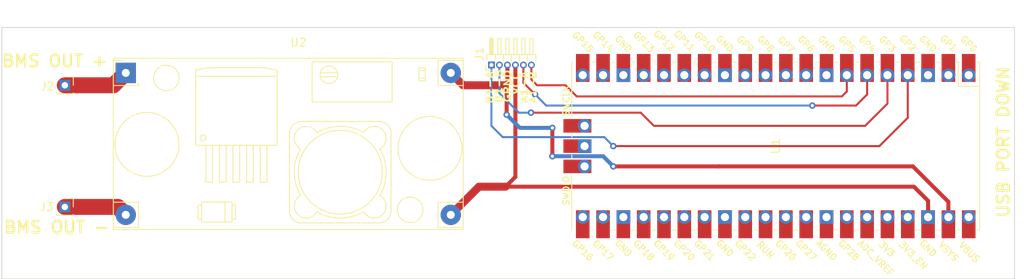
<source format=kicad_pcb>
(kicad_pcb (version 20211014) (generator pcbnew)
  (layers (0 "F.Cu" signal) (31 "B.Cu" signal) (34 "B.Paste" user) (35 "F.Paste" user) (36 "B.SilkS" user "B.Silkscreen") (37 "F.SilkS" user "F.Silkscreen") (38 "B.Mask" user) (39 "F.Mask" user) (44 "Edge.Cuts" user))
  (net 0 "")
  (net 1 "Net-(J1-Pad1)")
  (net 2 "Net-(J1-Pad2)")
  (net 3 "Net-(J1-Pad3)")
  (net 4 "Net-(J1-Pad4)")
  (net 5 "Net-(J1-Pad5)")
  (net 6 "Net-(J1-Pad6)")
  (net 7 "Net-(U2-Pad1)")
  (net 8 "Net-(U2-Pad2)")
  (footprint "MCU_RaspberryPi_and_Boards:RPi_Pico_SMD_TH" (layer "F.Cu") (at 165.472 30.988 -90)
    (fp_text reference "U1" (at 0 0 90) (layer "F.SilkS"))
    (fp_text value "Pico")
    (fp_text user "GP11" (at -13.2 11.43 135) (layer "F.SilkS") (effects (font (size 0.8 0.8))))
    (fp_text user "GP16" (at 13.054 24.13 135) (layer "F.SilkS") (effects (font (size 0.8 0.8))))
    (fp_text user "GP27" (at 13.054 -3.8 135) (layer "F.SilkS") (effects (font (size 0.8 0.8))))
    (fp_text user "VSYS" (at 13.2 -21.59 135) (layer "F.SilkS") (effects (font (size 0.8 0.8))))
    (fp_text user "GND" (at -12.8 -19.05 135) (layer "F.SilkS") (effects (font (size 0.8 0.8))))
    (fp_text user "GP28" (at 13.054 -9.144 135) (layer "F.SilkS") (effects (font (size 0.8 0.8))))
    (fp_text user "SWCLK" (at -5.7 26.2 90) (layer "F.SilkS") (effects (font (size 0.8 0.8))))
    (fp_text user "GP22" (at 13.054 3.81 135) (layer "F.SilkS") (effects (font (size 0.8 0.8))))
    (fp_text user "GND" (at 12.8 -19.05 135) (layer "F.SilkS") (effects (font (size 0.8 0.8))))
    (fp_text user "GND" (at 12.8 6.35 135) (layer "F.SilkS") (effects (font (size 0.8 0.8))))
    (fp_text user "GND" (at -12.8 -6.35 135) (layer "F.SilkS") (effects (font (size 0.8 0.8))))
    (fp_text user "GP9" (at -12.8 3.81 135) (layer "F.SilkS") (effects (font (size 0.8 0.8))))
    (fp_text user "GP1" (at -12.9 -21.6 135) (layer "F.SilkS") (effects (font (size 0.8 0.8))))
    (fp_text user "GP8" (at -12.8 1.27 135) (layer "F.SilkS") (effects (font (size 0.8 0.8))))
    (fp_text user "GP3" (at -12.8 -13.97 135) (layer "F.SilkS") (effects (font (size 0.8 0.8))))
    (fp_text user "GP2" (at -12.9 -16.51 135) (layer "F.SilkS") (effects (font (size 0.8 0.8))))
    (fp_text user "VBUS" (at 13.3 -24.2 135) (layer "F.SilkS") (effects (font (size 0.8 0.8))))
    (fp_text user "GP6" (at -12.8 -3.81 135) (layer "F.SilkS") (effects (font (size 0.8 0.8))))
    (fp_text user "GP21" (at 13.054 8.9 135) (layer "F.SilkS") (effects (font (size 0.8 0.8))))
    (fp_text user "GP19" (at 13.054 13.97 135) (layer "F.SilkS") (effects (font (size 0.8 0.8))))
    (fp_text user "GP4" (at -12.8 -11.43 135) (layer "F.SilkS") (effects (font (size 0.8 0.8))))
    (fp_text user "GP10" (at -13.054 8.89 135) (layer "F.SilkS") (effects (font (size 0.8 0.8))))
    (fp_text user "GP0" (at -12.8 -24.13 135) (layer "F.SilkS") (effects (font (size 0.8 0.8))))
    (fp_text user "GP13" (at -13.054 16.51 135) (layer "F.SilkS") (effects (font (size 0.8 0.8))))
    (fp_text user "GP26" (at 13.054 -1.27 135) (layer "F.SilkS") (effects (font (size 0.8 0.8))))
    (fp_text user "GP15" (at -13.054 24.13 135) (layer "F.SilkS") (effects (font (size 0.8 0.8))))
    (fp_text user "GND" (at -12.8 6.35 135) (layer "F.SilkS") (effects (font (size 0.8 0.8))))
    (fp_text user "GP14" (at -13.1 21.59 135) (layer "F.SilkS") (effects (font (size 0.8 0.8))))
    (fp_text user "3V3_EN" (at 13.7 -17.2 135) (layer "F.SilkS") (effects (font (size 0.8 0.8))))
    (fp_text user "GP17" (at 13.054 21.59 135) (layer "F.SilkS") (effects (font (size 0.8 0.8))))
    (fp_text user "GP20" (at 13.054 11.43 135) (layer "F.SilkS") (effects (font (size 0.8 0.8))))
    (fp_text user "ADC_VREF" (at 14 -12.5 135) (layer "F.SilkS") (effects (font (size 0.8 0.8))))
    (fp_text user "3V3" (at 12.9 -13.9 135) (layer "F.SilkS") (effects (font (size 0.8 0.8))))
    (fp_text user "GND" (at -12.8 19.05 135) (layer "F.SilkS") (effects (font (size 0.8 0.8))))
    (fp_text user "GP7" (at -12.7 -1.3 135) (layer "F.SilkS") (effects (font (size 0.8 0.8))))
    (fp_text user "RUN" (at 13 1.27 135) (layer "F.SilkS") (effects (font (size 0.8 0.8))))
    (fp_text user "GP5" (at -12.8 -8.89 135) (layer "F.SilkS") (effects (font (size 0.8 0.8))))
    (fp_text user "GP12" (at -13.2 13.97 135) (layer "F.SilkS") (effects (font (size 0.8 0.8))))
    (fp_text user "SWDIO" (at 5.6 26.2 90) (layer "F.SilkS") (effects (font (size 0.8 0.8))))
    (fp_text user "GP18" (at 13.054 16.51 135) (layer "F.SilkS") (effects (font (size 0.8 0.8))))
    (fp_text user "GND" (at 12.8 19.05 135) (layer "F.SilkS") (effects (font (size 0.8 0.8))))
    (fp_text user "AGND" (at 13.054 -6.35 135) (layer "F.SilkS") (effects (font (size 0.8 0.8))))
    (fp_line (start 10.5 -7.8) (end 10.5 -7.4) (layer "F.SilkS") (width 0.12))
    (fp_line (start -10.5 2.3) (end -10.5 2.7) (layer "F.SilkS") (width 0.12))
    (fp_line (start 10.5 20.1) (end 10.5 20.5) (layer "F.SilkS") (width 0.12))
    (fp_line (start 10.5 -23.1) (end 10.5 -22.7) (layer "F.SilkS") (width 0.12))
    (fp_line (start 10.5 -0.2) (end 10.5 0.2) (layer "F.SilkS") (width 0.12))
    (fp_line (start -10.5 15.1) (end -10.5 15.5) (layer "F.SilkS") (width 0.12))
    (fp_line (start 10.5 4.9) (end 10.5 5.3) (layer "F.SilkS") (width 0.12))
    (fp_line (start 1.1 25.5) (end 1.5 25.5) (layer "F.SilkS") (width 0.12))
    (fp_line (start -10.5 -22.833) (end -7.493 -22.833) (layer "F.SilkS") (width 0.12))
    (fp_line (start -10.5 -10.4) (end -10.5 -10) (layer "F.SilkS") (width 0.12))
    (fp_line (start 10.5 22.7) (end 10.5 23.1) (layer "F.SilkS") (width 0.12))
    (fp_line (start -10.5 -12.9) (end -10.5 -12.5) (layer "F.SilkS") (width 0.12))
    (fp_line (start 10.5 25.5) (end 3.7 25.5) (layer "F.SilkS") (width 0.12))
    (fp_line (start -10.5 17.6) (end -10.5 18) (layer "F.SilkS") (width 0.12))
    (fp_line (start 10.5 -2.7) (end 10.5 -2.3) (layer "F.SilkS") (width 0.12))
    (fp_line (start -10.5 12.5) (end -10.5 12.9) (layer "F.SilkS") (width 0.12))
    (fp_line (start -10.5 7.4) (end -10.5 7.8) (layer "F.SilkS") (width 0.12))
    (fp_line (start 10.5 -25.5) (end 10.5 -25.2) (layer "F.SilkS") (width 0.12))
    (fp_line (start -10.5 -18) (end -10.5 -17.6) (layer "F.SilkS") (width 0.12))
    (fp_line (start -10.5 -0.2) (end -10.5 0.2) (layer "F.SilkS") (width 0.12))
    (fp_line (start -10.5 -2.7) (end -10.5 -2.3) (layer "F.SilkS") (width 0.12))
    (fp_line (start -10.5 -5.3) (end -10.5 -4.9) (layer "F.SilkS") (width 0.12))
    (fp_line (start 10.5 7.4) (end 10.5 7.8) (layer "F.SilkS") (width 0.12))
    (fp_line (start -7.493 -22.833) (end -7.493 -25.5) (layer "F.SilkS") (width 0.12))
    (fp_line (start -10.5 -23.1) (end -10.5 -22.7) (layer "F.SilkS") (width 0.12))
    (fp_line (start 10.5 -12.9) (end 10.5 -12.5) (layer "F.SilkS") (width 0.12))
    (fp_line (start -10.5 -20.5) (end -10.5 -20.1) (layer "F.SilkS") (width 0.12))
    (fp_line (start -10.5 10) (end -10.5 10.4) (layer "F.SilkS") (width 0.12))
    (fp_line (start -3.7 25.5) (end -10.5 25.5) (layer "F.SilkS") (width 0.12))
    (fp_line (start -10.5 20.1) (end -10.5 20.5) (layer "F.SilkS") (width 0.12))
    (fp_line (start 10.5 -20.5) (end 10.5 -20.1) (layer "F.SilkS") (width 0.12))
    (fp_line (start -10.5 -15.4) (end -10.5 -15) (layer "F.SilkS") (width 0.12))
    (fp_line (start 10.5 -15.4) (end 10.5 -15) (layer "F.SilkS") (width 0.12))
    (fp_line (start 10.5 10) (end 10.5 10.4) (layer "F.SilkS") (width 0.12))
    (fp_line (start 10.5 12.5) (end 10.5 12.9) (layer "F.SilkS") (width 0.12))
    (fp_line (start 10.5 -5.3) (end 10.5 -4.9) (layer "F.SilkS") (width 0.12))
    (fp_line (start -10.5 -7.8) (end -10.5 -7.4) (layer "F.SilkS") (width 0.12))
    (fp_line (start -1.5 25.5) (end -1.1 25.5) (layer "F.SilkS") (width 0.12))
    (fp_line (start -10.5 -25.5) (end 10.5 -25.5) (layer "F.SilkS") (width 0.12))
    (fp_line (start -10.5 4.9) (end -10.5 5.3) (layer "F.SilkS") (width 0.12))
    (fp_line (start 10.5 -18) (end 10.5 -17.6) (layer "F.SilkS") (width 0.12))
    (fp_line (start -10.5 22.7) (end -10.5 23.1) (layer "F.SilkS") (width 0.12))
    (fp_line (start -10.5 -25.5) (end -10.5 -25.2) (layer "F.SilkS") (width 0.12))
    (fp_line (start 10.5 15.1) (end 10.5 15.5) (layer "F.SilkS") (width 0.12))
    (fp_line (start 10.5 17.6) (end 10.5 18) (layer "F.SilkS") (width 0.12))
    (fp_line (start 10.5 2.3) (end 10.5 2.7) (layer "F.SilkS") (width 0.12))
    (fp_line (start 10.5 -10.4) (end 10.5 -10) (layer "F.SilkS") (width 0.12))
    (pad "" np_thru_hole oval locked (at 2.725 -24 270) (size 1.8 1.8) (drill 1.8) (layers *.Cu *.Mask))
    (pad "" np_thru_hole oval locked (at -2.425 -20.97 270) (size 1.5 1.5) (drill 1.5) (layers *.Cu *.Mask))
    (pad "" np_thru_hole oval locked (at 2.425 -20.97 270) (size 1.5 1.5) (drill 1.5) (layers *.Cu *.Mask))
    (pad "" np_thru_hole oval locked (at -2.725 -24 270) (size 1.8 1.8) (drill 1.8) (layers *.Cu *.Mask))
    (pad "1" smd rect locked (at -8.89 -24.13 270) (size 3.5 1.7) (drill (offset -0.9 0)) (layers "F.Cu" "F.Mask"))
    (pad "1" thru_hole oval locked (at -8.89 -24.13 270) (size 1.7 1.7) (drill 1.02) (layers *.Cu *.Mask))
    (pad "2" smd rect locked (at -8.89 -21.59 270) (size 3.5 1.7) (drill (offset -0.9 0)) (layers "F.Cu" "F.Mask"))
    (pad "2" thru_hole oval locked (at -8.89 -21.59 270) (size 1.7 1.7) (drill 1.02) (layers *.Cu *.Mask))
    (pad "3" smd rect locked (at -8.89 -19.05 270) (size 3.5 1.7) (drill (offset -0.9 0)) (layers "F.Cu" "F.Mask"))
    (pad "3" thru_hole rect locked (at -8.89 -19.05 270) (size 1.7 1.7) (drill 1.02) (layers *.Cu *.Mask))
    (pad "4" smd rect locked (at -8.89 -16.51 270) (size 3.5 1.7) (drill (offset -0.9 0)) (layers "F.Cu" "F.Mask") (net 1 "Net-(J1-Pad1)"))
    (pad "4" thru_hole oval locked (at -8.89 -16.51 270) (size 1.7 1.7) (drill 1.02) (layers *.Cu *.Mask) (net 1 "Net-(J1-Pad1)"))
    (pad "5" smd rect locked (at -8.89 -13.97 270) (size 3.5 1.7) (drill (offset -0.9 0)) (layers "F.Cu" "F.Mask") (net 2 "Net-(J1-Pad2)"))
    (pad "5" thru_hole oval locked (at -8.89 -13.97 270) (size 1.7 1.7) (drill 1.02) (layers *.Cu *.Mask) (net 2 "Net-(J1-Pad2)"))
    (pad "6" smd rect locked (at -8.89 -11.43 270) (size 3.5 1.7) (drill (offset -0.9 0)) (layers "F.Cu" "F.Mask") (net 5 "Net-(J1-Pad5)"))
    (pad "6" thru_hole oval locked (at -8.89 -11.43 270) (size 1.7 1.7) (drill 1.02) (layers *.Cu *.Mask) (net 5 "Net-(J1-Pad5)"))
    (pad "7" smd rect locked (at -8.89 -8.89 270) (size 3.5 1.7) (drill (offset -0.9 0)) (layers "F.Cu" "F.Mask") (net 6 "Net-(J1-Pad6)"))
    (pad "7" thru_hole oval locked (at -8.89 -8.89 270) (size 1.7 1.7) (drill 1.02) (layers *.Cu *.Mask) (net 6 "Net-(J1-Pad6)"))
    (pad "8" smd rect locked (at -8.89 -6.35 270) (size 3.5 1.7) (drill (offset -0.9 0)) (layers "F.Cu" "F.Mask"))
    (pad "8" thru_hole rect locked (at -8.89 -6.35 270) (size 1.7 1.7) (drill 1.02) (layers *.Cu *.Mask))
    (pad "9" smd rect locked (at -8.89 -3.81 270) (size 3.5 1.7) (drill (offset -0.9 0)) (layers "F.Cu" "F.Mask"))
    (pad "9" thru_hole oval locked (at -8.89 -3.81 270) (size 1.7 1.7) (drill 1.02) (layers *.Cu *.Mask))
    (pad "10" smd rect locked (at -8.89 -1.27 270) (size 3.5 1.7) (drill (offset -0.9 0)) (layers "F.Cu" "F.Mask"))
    (pad "10" thru_hole oval locked (at -8.89 -1.27 270) (size 1.7 1.7) (drill 1.02) (layers *.Cu *.Mask))
    (pad "11" thru_hole oval locked (at -8.89 1.27 270) (size 1.7 1.7) (drill 1.02) (layers *.Cu *.Mask))
    (pad "11" smd rect locked (at -8.89 1.27 270) (size 3.5 1.7) (drill (offset -0.9 0)) (layers "F.Cu" "F.Mask"))
    (pad "12" smd rect locked (at -8.89 3.81 270) (size 3.5 1.7) (drill (offset -0.9 0)) (layers "F.Cu" "F.Mask"))
    (pad "12" thru_hole oval locked (at -8.89 3.81 270) (size 1.7 1.7) (drill 1.02) (layers *.Cu *.Mask))
    (pad "13" thru_hole rect locked (at -8.89 6.35 270) (size 1.7 1.7) (drill 1.02) (layers *.Cu *.Mask))
    (pad "13" smd rect locked (at -8.89 6.35 270) (size 3.5 1.7) (drill (offset -0.9 0)) (layers "F.Cu" "F.Mask"))
    (pad "14" thru_hole oval locked (at -8.89 8.89 270) (size 1.7 1.7) (drill 1.02) (layers *.Cu *.Mask))
    (pad "14" smd rect locked (at -8.89 8.89 270) (size 3.5 1.7) (drill (offset -0.9 0)) (layers "F.Cu" "F.Mask"))
    (pad "15" thru_hole oval locked (at -8.89 11.43 270) (size 1.7 1.7) (drill 1.02) (layers *.Cu *.Mask))
    (pad "15" smd rect locked (at -8.89 11.43 270) (size 3.5 1.7) (drill (offset -0.9 0)) (layers "F.Cu" "F.Mask"))
    (pad "16" smd rect locked (at -8.89 13.97 270) (size 3.5 1.7) (drill (offset -0.9 0)) (layers "F.Cu" "F.Mask"))
    (pad "16" thru_hole oval locked (at -8.89 13.97 270) (size 1.7 1.7) (drill 1.02) (layers *.Cu *.Mask))
    (pad "17" thru_hole oval locked (at -8.89 16.51 270) (size 1.7 1.7) (drill 1.02) (layers *.Cu *.Mask))
    (pad "17" smd rect locked (at -8.89 16.51 270) (size 3.5 1.7) (drill (offset -0.9 0)) (layers "F.Cu" "F.Mask"))
    (pad "18" smd rect locked (at -8.89 19.05 270) (size 3.5 1.7) (drill (offset -0.9 0)) (layers "F.Cu" "F.Mask"))
    (pad "18" thru_hole rect locked (at -8.89 19.05 270) (size 1.7 1.7) (drill 1.02) (layers *.Cu *.Mask))
    (pad "19" smd rect locked (at -8.89 21.59 270) (size 3.5 1.7) (drill (offset -0.9 0)) (layers "F.Cu" "F.Mask"))
    (pad "19" thru_hole oval locked (at -8.89 21.59 270) (size 1.7 1.7) (drill 1.02) (layers *.Cu *.Mask))
    (pad "20" smd rect locked (at -8.89 24.13 270) (size 3.5 1.7) (drill (offset -0.9 0)) (layers "F.Cu" "F.Mask"))
    (pad "20" thru_hole oval locked (at -8.89 24.13 270) (size 1.7 1.7) (drill 1.02) (layers *.Cu *.Mask))
    (pad "21" thru_hole oval locked (at 8.89 24.13 270) (size 1.7 1.7) (drill 1.02) (layers *.Cu *.Mask))
    (pad "21" smd rect locked (at 8.89 24.13 270) (size 3.5 1.7) (drill (offset 0.9 0)) (layers "F.Cu" "F.Mask"))
    (pad "22" thru_hole oval locked (at 8.89 21.59 270) (size 1.7 1.7) (drill 1.02) (layers *.Cu *.Mask))
    (pad "22" smd rect locked (at 8.89 21.59 270) (size 3.5 1.7) (drill (offset 0.9 0)) (layers "F.Cu" "F.Mask"))
    (pad "23" thru_hole rect locked (at 8.89 19.05 270) (size 1.7 1.7) (drill 1.02) (layers *.Cu *.Mask))
    (pad "23" smd rect locked (at 8.89 19.05 270) (size 3.5 1.7) (drill (offset 0.9 0)) (layers "F.Cu" "F.Mask"))
    (pad "24" thru_hole oval locked (at 8.89 16.51 270) (size 1.7 1.7) (drill 1.02) (layers *.Cu *.Mask))
    (pad "24" smd rect locked (at 8.89 16.51 270) (size 3.5 1.7) (drill (offset 0.9 0)) (layers "F.Cu" "F.Mask"))
    (pad "25" thru_hole oval locked (at 8.89 13.97 270) (size 1.7 1.7) (drill 1.02) (layers *.Cu *.Mask))
    (pad "25" smd rect locked (at 8.89 13.97 270) (size 3.5 1.7) (drill (offset 0.9 0)) (layers "F.Cu" "F.Mask"))
    (pad "26" smd rect locked (at 8.89 11.43 270) (size 3.5 1.7) (drill (offset 0.9 0)) (layers "F.Cu" "F.Mask"))
    (pad "26" thru_hole oval locked (at 8.89 11.43 270) (size 1.7 1.7) (drill 1.02) (layers *.Cu *.Mask))
    (pad "27" smd rect locked (at 8.89 8.89 270) (size 3.5 1.7) (drill (offset 0.9 0)) (layers "F.Cu" "F.Mask"))
    (pad "27" thru_hole oval locked (at 8.89 8.89 270) (size 1.7 1.7) (drill 1.02) (layers *.Cu *.Mask))
    (pad "28" smd rect locked (at 8.89 6.35 270) (size 3.5 1.7) (drill (offset 0.9 0)) (layers "F.Cu" "F.Mask"))
    (pad "28" thru_hole rect locked (at 8.89 6.35 270) (size 1.7 1.7) (drill 1.02) (layers *.Cu *.Mask))
    (pad "29" smd rect locked (at 8.89 3.81 270) (size 3.5 1.7) (drill (offset 0.9 0)) (layers "F.Cu" "F.Mask"))
    (pad "29" thru_hole oval locked (at 8.89 3.81 270) (size 1.7 1.7) (drill 1.02) (layers *.Cu *.Mask))
    (pad "30" smd rect locked (at 8.89 1.27 270) (size 3.5 1.7) (drill (offset 0.9 0)) (layers "F.Cu" "F.Mask"))
    (pad "30" thru_hole oval locked (at 8.89 1.27 270) (size 1.7 1.7) (drill 1.02) (layers *.Cu *.Mask))
    (pad "31" smd rect locked (at 8.89 -1.27 270) (size 3.5 1.7) (drill (offset 0.9 0)) (layers "F.Cu" "F.Mask"))
    (pad "31" thru_hole oval locked (at 8.89 -1.27 270) (size 1.7 1.7) (drill 1.02) (layers *.Cu *.Mask))
    (pad "32" thru_hole oval locked (at 8.89 -3.81 270) (size 1.7 1.7) (drill 1.02) (layers *.Cu *.Mask))
    (pad "32" smd rect locked (at 8.89 -3.81 270) (size 3.5 1.7) (drill (offset 0.9 0)) (layers "F.Cu" "F.Mask"))
    (pad "33" smd rect locked (at 8.89 -6.35 270) (size 3.5 1.7) (drill (offset 0.9 0)) (layers "F.Cu" "F.Mask"))
    (pad "33" thru_hole rect locked (at 8.89 -6.35 270) (size 1.7 1.7) (drill 1.02) (layers *.Cu *.Mask))
    (pad "34" smd rect locked (at 8.89 -8.89 270) (size 3.5 1.7) (drill (offset 0.9 0)) (layers "F.Cu" "F.Mask"))
    (pad "34" thru_hole oval locked (at 8.89 -8.89 270) (size 1.7 1.7) (drill 1.02) (layers *.Cu *.Mask))
    (pad "35" thru_hole oval locked (at 8.89 -11.43 270) (size 1.7 1.7) (drill 1.02) (layers *.Cu *.Mask))
    (pad "35" smd rect locked (at 8.89 -11.43 270) (size 3.5 1.7) (drill (offset 0.9 0)) (layers "F.Cu" "F.Mask"))
    (pad "36" smd rect locked (at 8.89 -13.97 270) (size 3.5 1.7) (drill (offset 0.9 0)) (layers "F.Cu" "F.Mask"))
    (pad "36" thru_hole oval locked (at 8.89 -13.97 270) (size 1.7 1.7) (drill 1.02) (layers *.Cu *.Mask))
    (pad "37" thru_hole oval locked (at 8.89 -16.51 270) (size 1.7 1.7) (drill 1.02) (layers *.Cu *.Mask))
    (pad "37" smd rect locked (at 8.89 -16.51 270) (size 3.5 1.7) (drill (offset 0.9 0)) (layers "F.Cu" "F.Mask"))
    (pad "38" smd rect locked (at 8.89 -19.05 270) (size 3.5 1.7) (drill (offset 0.9 0)) (layers "F.Cu" "F.Mask") (net 4 "Net-(J1-Pad4)"))
    (pad "38" thru_hole rect locked (at 8.89 -19.05 270) (size 1.7 1.7) (drill 1.02) (layers *.Cu *.Mask) (net 4 "Net-(J1-Pad4)"))
    (pad "39" thru_hole oval locked (at 8.89 -21.59 270) (size 1.7 1.7) (drill 1.02) (layers *.Cu *.Mask) (net 3 "Net-(J1-Pad3)"))
    (pad "39" smd rect locked (at 8.89 -21.59 270) (size 3.5 1.7) (drill (offset 0.9 0)) (layers "F.Cu" "F.Mask") (net 3 "Net-(J1-Pad3)"))
    (pad "40" smd rect locked (at 8.89 -24.13 270) (size 3.5 1.7) (drill (offset 0.9 0)) (layers "F.Cu" "F.Mask"))
    (pad "40" thru_hole oval locked (at 8.89 -24.13 270) (size 1.7 1.7) (drill 1.02) (layers *.Cu *.Mask))
    (pad "41" smd rect locked (at -2.54 23.9) (size 3.5 1.7) (drill (offset -0.9 0)) (layers "F.Cu" "F.Mask"))
    (pad "41" thru_hole oval locked (at -2.54 23.9 270) (size 1.7 1.7) (drill 1.02) (layers *.Cu *.Mask))
    (pad "42" thru_hole rect locked (at 0 23.9 270) (size 1.7 1.7) (drill 1.02) (layers *.Cu *.Mask))
    (pad "42" smd rect locked (at 0 23.9) (size 3.5 1.7) (drill (offset -0.9 0)) (layers "F.Cu" "F.Mask"))
    (pad "43" smd rect locked (at 2.54 23.9) (size 3.5 1.7) (drill (offset -0.9 0)) (layers "F.Cu" "F.Mask"))
    (pad "43" thru_hole oval locked (at 2.54 23.9 270) (size 1.7 1.7) (drill 1.02) (layers *.Cu *.Mask))
  )
  (footprint "Connector_PinSocket_2.00mm:PinSocket_1x01_P2.00mm_Vertical" (layer "F.Cu") (at 76.581 23.368)
    (fp_text reference "J2" (at -2.159 0.127) (layer "F.SilkS"))
    (fp_text value "Conn_01x01_Female")
    (fp_line (start -1.06 1.06) (end 1.06 1.06) (layer "F.SilkS") (width 0.12))
    (fp_line (start 1.06 -1.06) (end 1.06 0) (layer "F.SilkS") (width 0.12))
    (fp_line (start 1.06 0.94) (end 1.06 1.06) (layer "F.SilkS") (width 0.12))
    (fp_line (start -1.06 0.94) (end -1.06 1.06) (layer "F.SilkS") (width 0.12))
    (fp_line (start 0 -1.06) (end 1.06 -1.06) (layer "F.SilkS") (width 0.12))
    (pad "1" thru_hole rect (at 0 0) (size 1.35 1.35) (drill 0.8) (layers *.Cu *.Mask) (net 7 "Net-(U2-Pad1)"))
  )
  (footprint "Connector_PinSocket_2.00mm:PinSocket_1x01_P2.00mm_Vertical" (layer "F.Cu") (at 76.581 38.608)
    (fp_text reference "J3" (at -2.286 0) (layer "F.SilkS"))
    (fp_text value "Conn_01x01_Female")
    (fp_line (start 1.06 0.94) (end 1.06 1.06) (layer "F.SilkS") (width 0.12))
    (fp_line (start -1.06 0.94) (end -1.06 1.06) (layer "F.SilkS") (width 0.12))
    (fp_line (start -1.06 1.06) (end 1.06 1.06) (layer "F.SilkS") (width 0.12))
    (fp_line (start 0 -1.06) (end 1.06 -1.06) (layer "F.SilkS") (width 0.12))
    (fp_line (start 1.06 -1.06) (end 1.06 0) (layer "F.SilkS") (width 0.12))
    (pad "1" thru_hole rect (at 0 0) (size 1.35 1.35) (drill 0.8) (layers *.Cu *.Mask) (net 8 "Net-(U2-Pad2)"))
  )
  (footprint "Connector_PinHeader_1.00mm:PinHeader_1x06_P1.00mm_Horizontal" (layer "F.Cu") (at 129.921 20.828 90)
    (fp_text reference "J1" (at 1.375 -1.5 90) (layer "F.SilkS"))
    (fp_text value "Conn_01x06_Male")
    (fp_line (start -0.685 0) (end -0.685 -0.685) (layer "F.SilkS") (width 0.12))
    (fp_line (start 3.31 0.79) (end 3.31 1.21) (layer "F.SilkS") (width 0.12))
    (fp_line (start 1.31 -0.21) (end 3.31 -0.21) (layer "F.SilkS") (width 0.12))
    (fp_line (start 3.31 1.79) (end 3.31 2.21) (layer "F.SilkS") (width 0.12))
    (fp_line (start 3.31 3.21) (end 1.31 3.21) (layer "F.SilkS") (width 0.12))
    (fp_line (start 0.685 0.5) (end 1.31 0.5) (layer "F.SilkS") (width 0.12))
    (fp_line (start 3.31 4.79) (end 3.31 5.21) (layer "F.SilkS") (width 0.12))
    (fp_line (start 1.31 0.79) (end 3.31 0.79) (layer "F.SilkS") (width 0.12))
    (fp_line (start 0.468215 4.5) (end 1.31 4.5) (layer "F.SilkS") (width 0.12))
    (fp_line (start 1.31 3.79) (end 3.31 3.79) (layer "F.SilkS") (width 0.12))
    (fp_line (start 1.31 2.79) (end 3.31 2.79) (layer "F.SilkS") (width 0.12))
    (fp_line (start 0.468215 1.5) (end 1.31 1.5) (layer "F.SilkS") (width 0.12))
    (fp_line (start 3.31 5.21) (end 1.31 5.21) (layer "F.SilkS") (width 0.12))
    (fp_line (start 3.31 3.79) (end 3.31 4.21) (layer "F.SilkS") (width 0.12))
    (fp_line (start 3.31 -0.21) (end 3.31 0.21) (layer "F.SilkS") (width 0.12))
    (fp_line (start 1.31 -0.15) (end 3.31 -0.15) (layer "F.SilkS") (width 0.12))
    (fp_line (start -0.685 -0.685) (end 0 -0.685) (layer "F.SilkS") (width 0.12))
    (fp_line (start 1.31 1.79) (end 3.31 1.79) (layer "F.SilkS") (width 0.12))
    (fp_line (start 1.31 5.56) (end 0.394493 5.56) (layer "F.SilkS") (width 0.12))
    (fp_line (start 0.468215 2.5) (end 1.31 2.5) (layer "F.SilkS") (width 0.12))
    (fp_line (start 1.31 -0.56) (end 1.31 5.56) (layer "F.SilkS") (width 0.12))
    (fp_line (start 1.31 0.09) (end 3.31 0.09) (layer "F.SilkS") (width 0.12))
    (fp_line (start 3.31 2.79) (end 3.31 3.21) (layer "F.SilkS") (width 0.12))
    (fp_line (start 3.31 1.21) (end 1.31 1.21) (layer "F.SilkS") (width 0.12))
    (fp_line (start 3.31 4.21) (end 1.31 4.21) (layer "F.SilkS") (width 0.12))
    (fp_line (start 0.468215 3.5) (end 1.31 3.5) (layer "F.SilkS") (width 0.12))
    (fp_line (start 1.31 -0.03) (end 3.31 -0.03) (layer "F.SilkS") (width 0.12))
    (fp_line (start 3.31 2.21) (end 1.31 2.21) (layer "F.SilkS") (width 0.12))
    (fp_line (start 1.31 4.79) (end 3.31 4.79) (layer "F.SilkS") (width 0.12))
    (fp_line (start 3.31 0.21) (end 1.31 0.21) (layer "F.SilkS") (width 0.12))
    (fp_line (start 0.685 -0.56) (end 1.31 -0.56) (layer "F.SilkS") (width 0.12))
    (pad "1" thru_hole rect (at 0 0 90) (size 0.85 0.85) (drill 0.5) (layers *.Cu *.Mask) (net 1 "Net-(J1-Pad1)"))
    (pad "2" thru_hole oval (at 0 1 90) (size 0.85 0.85) (drill 0.5) (layers *.Cu *.Mask) (net 2 "Net-(J1-Pad2)"))
    (pad "3" thru_hole oval (at 0 2 90) (size 0.85 0.85) (drill 0.5) (layers *.Cu *.Mask) (net 3 "Net-(J1-Pad3)"))
    (pad "4" thru_hole oval (at 0 3 90) (size 0.85 0.85) (drill 0.5) (layers *.Cu *.Mask) (net 4 "Net-(J1-Pad4)"))
    (pad "5" thru_hole oval (at 0 4 90) (size 0.85 0.85) (drill 0.5) (layers *.Cu *.Mask) (net 5 "Net-(J1-Pad5)"))
    (pad "6" thru_hole oval (at 0 5 90) (size 0.85 0.85) (drill 0.5) (layers *.Cu *.Mask) (net 6 "Net-(J1-Pad6)"))
  )
  (footprint "KiCad:YAAJ_DCDC_StepDown_LM2596" (layer "F.Cu") (at 84.201 21.818)
    (fp_text reference "U2" (at 21.59 -3.81) (layer "F.SilkS"))
    (fp_text value "YAAJ_DCDC_StepDown_LM2596")
    (fp_line (start 24.348594 0.007294) (end 24.324147 0.002062) (layer "F.SilkS") (width 0.12))
    (fp_line (start 12.411358 16.283217) (end 12.411358 18.583217) (layer "F.SilkS") (width 0.12))
    (fp_line (start 13.410233 13.69667) (end 14.250233 13.69667) (layer "F.SilkS") (width 0.12))
    (fp_line (start 39.06 -1.58) (end 42.175 -1.58) (layer "F.SilkS") (width 0.12))
    (fp_line (start 18.83267 9.06667) (end 18.910233 8.989106) (layer "F.SilkS") (width 0.12))
    (fp_line (start 9.031636 16.558217) (end 9.481636 16.558217) (layer "F.SilkS") (width 0.12))
    (fp_line (start 33.167397 17.285796) (end 33.167397 7.585796) (layer "F.SilkS") (width 0.12))
    (fp_line (start 31.667397 6.085796) (end 21.967397 6.085796) (layer "F.SilkS") (width 0.12))
    (fp_line (start 10.010233 13.69667) (end 10.850233 13.69667) (layer "F.SilkS") (width 0.12))
    (fp_line (start 42.195 19.615) (end 42.195 -1.835) (layer "F.SilkS") (width 0.12))
    (fp_line (start 36.648681 0.980295) (end 36.648681 -0.619704) (layer "F.SilkS") (width 0.12))
    (fp_line (start 23.299783 3.582294) (end 23.299783 -1.317705) (layer "F.SilkS") (width 0.12))
    (fp_line (start 24.336385 -0.0491) (end 24.360553 -0.017705) (layer "F.SilkS") (width 0.12))
    (fp_line (start 39.06 1.58) (end 42.22 1.58) (layer "F.SilkS") (width 0.12))
    (fp_line (start 1.58 16.2) (end 1.58 19.36) (layer "F.SilkS") (width 0.12))
    (fp_line (start 15.110233 13.69667) (end 15.110233 9.06667) (layer "F.SilkS") (width 0.12))
    (fp_line (start -1.55 16.2) (end 1.58 16.2) (layer "F.SilkS") (width 0.12))
    (fp_line (start 33.249783 3.632294) (end 23.349783 3.632294) (layer "F.SilkS") (width 0.12))
    (fp_line (start 24.360553 0.482294) (end 26.439014 0.482294) (layer "F.SilkS") (width 0.12))
    (fp_line (start 10.010233 13.69667) (end 10.010233 9.06667) (layer "F.SilkS") (width 0.12))
    (fp_line (start 21.967397 18.785796) (end 31.667397 18.785796) (layer "F.SilkS") (width 0.12))
    (fp_line (start 39.06 16.2) (end 42.175 16.2) (layer "F.SilkS") (width 0.12))
    (fp_line (start 17.260233 -0.653329) (end 18.910233 -0.36239) (layer "F.SilkS") (width 0.12))
    (fp_line (start 9.581636 16.183217) (end 13.181636 16.183217) (layer "F.SilkS") (width 0.12))
    (fp_line (start 18.910233 0.42667) (end 8.750233 0.42667) (layer "F.SilkS") (width 0.12))
    (fp_line (start 8.750233 -0.36239) (end 10.400233 -0.653329) (layer "F.SilkS") (width 0.12))
    (fp_line (start 9.031636 18.308217) (end 9.031636 16.558217) (layer "F.SilkS") (width 0.12))
    (fp_line (start -1.55 19.36) (end 1.58 19.36) (layer "F.SilkS") (width 0.12))
    (fp_line (start 39.06 1.58) (end 39.06 -1.58) (layer "F.SilkS") (width 0.12))
    (fp_line (start 37.448681 0.980295) (end 36.648681 0.980295) (layer "F.SilkS") (width 0.12))
    (fp_line (start 39.06 19.36) (end 39.06 16.2) (layer "F.SilkS") (width 0.12))
    (fp_line (start -1.55 1.575) (end 1.58 1.58) (layer "F.SilkS") (width 0.12))
    (fp_line (start 37.448681 -0.619704) (end 36.648681 -0.619704) (layer "F.SilkS") (width 0.12))
    (fp_line (start 1.58 1.27) (end 1.58 1.58) (layer "F.SilkS") (width 0.12))
    (fp_line (start 39.06 19.36) (end 42.175 19.36) (layer "F.SilkS") (width 0.12))
    (fp_line (start 15.110233 13.69667) (end 15.950233 13.69667) (layer "F.SilkS") (width 0.12))
    (fp_line (start 16.810233 13.69667) (end 17.650233 13.69667) (layer "F.SilkS") (width 0.12))
    (fp_line (start 8.749233 1.004149) (end 8.749233 1.165687) (layer "F.SilkS") (width 0.12))
    (fp_line (start 9.481636 18.583217) (end 9.481636 16.283217) (layer "F.SilkS") (width 0.12))
    (fp_line (start 36.648681 -0.299704) (end 37.448681 -0.299704) (layer "F.SilkS") (width 0.12))
    (fp_line (start 12.550233 13.69667) (end 12.550233 9.06667) (layer "F.SilkS") (width 0.12))
    (fp_line (start 24.348594 0.007294) (end 24.360553 -0.017705) (layer "F.SilkS") (width 0.12))
    (fp_line (start 18.910233 8.989106) (end 18.910233 -0.36239) (layer "F.SilkS") (width 0.12))
    (fp_line (start 33.299783 -1.317705) (end 33.299783 3.582294) (layer "F.SilkS") (width 0.12))
    (fp_line (start -1.555 -1.835) (end -1.555 19.615) (layer "F.SilkS") (width 0.12))
    (fp_line (start 9.481636 18.308217) (end 9.031636 18.308217) (layer "F.SilkS") (width 0.12))
    (fp_line (start 10.850233 13.69667) (end 10.850233 9.06667) (layer "F.SilkS") (width 0.12))
    (fp_line (start 15.950233 13.69667) (end 15.950233 9.06667) (layer "F.SilkS") (width 0.12))
    (fp_line (start 13.281636 16.558217) (end 13.731636 16.558217) (layer "F.SilkS") (width 0.12))
    (fp_line (start 10.400233 -0.653329) (end 17.260233 -0.653329) (layer "F.SilkS") (width 0.12))
    (fp_line (start 13.410233 13.69667) (end 13.410233 9.06667) (layer "F.SilkS") (width 0.12))
    (fp_line (start 26.439014 -0.017705) (end 24.360553 -0.017705) (layer "F.SilkS") (width 0.12))
    (fp_line (start -1.55 -1.58) (end -0.25 -1.58) (layer "F.SilkS") (width 0.12))
    (fp_line (start 24.348594 0.007294) (end 24.355764 -0.023925) (layer "F.SilkS") (width 0.12))
    (fp_line (start 8.827797 9.06667) (end 18.83267 9.06667) (layer "F.SilkS") (width 0.12))
    (fp_line (start 13.281636 16.283217) (end 13.281636 18.583217) (layer "F.SilkS") (width 0.12))
    (fp_line (start 23.349783 -1.367705) (end 33.249783 -1.367705) (layer "F.SilkS") (width 0.12))
    (fp_line (start 42.195 -1.835) (end -1.555 -1.835) (layer "F.SilkS") (width 0.12))
    (fp_line (start -1.555 19.615) (end 42.195 19.615) (layer "F.SilkS") (width 0.12))
    (fp_line (start 37.448681 0.660295) (end 36.648681 0.660295) (layer "F.SilkS") (width 0.12))
    (fp_line (start 37.448681 -0.619704) (end 37.448681 0.980295) (layer "F.SilkS") (width 0.12))
    (fp_line (start 11.710233 13.69667) (end 12.550233 13.69667) (layer "F.SilkS") (width 0.12))
    (fp_line (start 13.282636 16.794696) (end 13.282636 16.700144) (layer "F.SilkS") (width 0.12))
    (fp_line (start 20.467397 7.585796) (end 20.467397 17.285796) (layer "F.SilkS") (width 0.12))
    (fp_line (start 16.810233 13.69667) (end 16.810233 9.06667) (layer "F.SilkS") (width 0.12))
    (fp_line (start 17.650233 13.69667) (end 17.650233 9.06667) (layer "F.SilkS") (width 0.12))
    (fp_line (start 31.858978 -1.368705) (end 31.814106 -1.368705) (layer "F.SilkS") (width 0.12))
    (fp_line (start 8.750233 8.989106) (end 8.827797 9.06667) (layer "F.SilkS") (width 0.12))
    (fp_line (start 8.750233 8.989106) (end 8.750233 -0.36239) (layer "F.SilkS") (width 0.12))
    (fp_line (start 14.250233 13.69667) (end 14.250233 9.06667) (layer "F.SilkS") (width 0.12))
    (fp_line (start 31.942312 -1.368705) (end 31.908357 -1.368705) (layer "F.SilkS") (width 0.12))
    (fp_line (start 13.181636 18.683217) (end 9.581636 18.683217) (layer "F.SilkS") (width 0.12))
    (fp_line (start 13.731636 18.308217) (end 13.281636 18.308217) (layer "F.SilkS") (width 0.12))
    (fp_line (start 13.731636 16.558217) (end 13.731636 18.308217) (layer "F.SilkS") (width 0.12))
    (fp_line (start 11.710233 13.69667) (end 11.710233 9.06667) (layer "F.SilkS") (width 0.12))
    (fp_arc (start 33.167397 17.285796) (mid 32.728058 18.346458) (end 31.667397 18.785796) (layer "F.SilkS") (width 0.12))
    (fp_arc (start 23.847611 17.472062) (mid 23.90785 17.428041) (end 23.981783 17.437976) (layer "F.SilkS") (width 0.12))
    (fp_arc (start 23.981784 7.433617) (mid 26.817398 6.685796) (end 29.653011 7.433617) (layer "F.SilkS") (width 0.12))
    (fp_arc (start 21.781132 9.466011) (mid 21.514101 7.132501) (end 23.847611 7.399531) (layer "F.SilkS") (width 0.12))
    (fp_arc (start 21.781131 9.46601) (mid 21.825155 9.526249) (end 21.815218 9.600183) (layer "F.SilkS") (width 0.12))
    (fp_arc (start 23.299783 -1.317705) (mid 23.314428 -1.353063) (end 23.349783 -1.367705) (layer "F.SilkS") (width 0.12))
    (fp_arc (start 20.467397 7.585796) (mid 20.906738 6.525137) (end 21.967397 6.085796) (layer "F.SilkS") (width 0.12))
    (fp_arc (start 23.981783 7.433617) (mid 23.907859 7.44352) (end 23.847611 7.399531) (layer "F.SilkS") (width 0.12))
    (fp_arc (start 9.581636 18.683217) (mid 9.510896 18.653941) (end 9.481636 18.583217) (layer "F.SilkS") (width 0.12))
    (fp_arc (start 21.967397 18.785796) (mid 20.90674 18.346455) (end 20.467397 17.285796) (layer "F.SilkS") (width 0.12))
    (fp_arc (start 21.815218 15.27141) (mid 21.067399 12.435797) (end 21.815218 9.600183) (layer "F.SilkS") (width 0.12))
    (fp_arc (start 23.349783 3.632294) (mid 23.314441 3.617643) (end 23.299783 3.582294) (layer "F.SilkS") (width 0.12))
    (fp_arc (start 13.281636 18.583217) (mid 13.252343 18.653929) (end 13.181636 18.683217) (layer "F.SilkS") (width 0.12))
    (fp_arc (start 9.481636 16.283217) (mid 9.510921 16.212508) (end 9.581636 16.183217) (layer "F.SilkS") (width 0.12))
    (fp_arc (start 24.324148 0.462527) (mid 26.469639 -0.023582) (end 24.336385 0.51369) (layer "F.SilkS") (width 0.12))
    (fp_arc (start 29.787183 7.399531) (mid 32.120655 7.132547) (end 31.853662 9.466011) (layer "F.SilkS") (width 0.12))
    (fp_arc (start 31.819576 9.600183) (mid 32.567399 12.435797) (end 31.819576 15.27141) (layer "F.SilkS") (width 0.12))
    (fp_arc (start 23.847611 17.472062) (mid 21.514153 17.739048) (end 21.781132 15.405582) (layer "F.SilkS") (width 0.12))
    (fp_arc (start 29.653011 17.437976) (mid 29.726938 17.428069) (end 29.787183 17.472062) (layer "F.SilkS") (width 0.12))
    (fp_arc (start 29.787183 7.399531) (mid 29.726945 7.443551) (end 29.653011 7.433617) (layer "F.SilkS") (width 0.12))
    (fp_arc (start 31.853663 15.405583) (mid 31.809646 15.345344) (end 31.819576 15.27141) (layer "F.SilkS") (width 0.12))
    (fp_arc (start 21.815217 15.271409) (mid 21.825126 15.345337) (end 21.781132 15.405582) (layer "F.SilkS") (width 0.12))
    (fp_arc (start 31.819577 9.600184) (mid 31.809674 9.526259) (end 31.853662 9.466011) (layer "F.SilkS") (width 0.12))
    (fp_arc (start 33.249783 -1.367705) (mid 33.285151 -1.353067) (end 33.299783 -1.317705) (layer "F.SilkS") (width 0.12))
    (fp_arc (start 31.853662 15.405582) (mid 32.120701 17.739101) (end 29.787183 17.472062) (layer "F.SilkS") (width 0.12))
    (fp_arc (start 29.653011 17.437976) (mid 26.817397 18.185797) (end 23.981783 17.437976) (layer "F.SilkS") (width 0.12))
    (fp_arc (start 33.299783 3.582294) (mid 33.285139 3.617647) (end 33.249783 3.632294) (layer "F.SilkS") (width 0.12))
    (fp_arc (start 31.667397 6.085796) (mid 32.728061 6.525135) (end 33.167397 7.585796) (layer "F.SilkS") (width 0.12))
    (fp_arc (start 13.181636 16.183217) (mid 13.252317 16.21252) (end 13.281636 16.283217) (layer "F.SilkS") (width 0.12))
    (fp_circle (center 5.08 0.635) (end 6.678999 0.635) (layer "F.SilkS") (width 0.12) (fill none))
    (fp_circle (center 26.817397 12.435796) (end 32.067397 12.435796) (layer "F.SilkS") (width 0.12) (fill none))
    (fp_circle (center 9.673179 8.154594) (end 10.048179 8.154594) (layer "F.SilkS") (width 0.12) (fill none))
    (fp_circle (center 2.646666 8.957418) (end 6.646666 8.957418) (layer "F.SilkS") (width 0.12) (fill none))
    (fp_circle (center 38.029307 9.455206) (end 42.029307 9.455206) (layer "F.SilkS") (width 0.12) (fill none))
    (fp_circle (center 35.56 17.145) (end 37.159 17.145) (layer "F.SilkS") (width 0.12) (fill none))
    (pad "1" thru_hole rect locked (at 0 0) (size 2.54 2.54) (drill 1) (layers *.Cu *.Mask) (net 7 "Net-(U2-Pad1)"))
    (pad "2" thru_hole circle locked (at 0 17.78) (size 2.54 2.54) (drill 1) (layers *.Cu *.Mask) (net 8 "Net-(U2-Pad2)"))
    (pad "3" thru_hole circle locked (at 40.64 17.78) (size 2.54 2.54) (drill 1) (layers *.Cu *.Mask) (net 4 "Net-(J1-Pad4)"))
    (pad "4" thru_hole circle locked (at 40.64 0) (size 2.54 2.54) (drill 1) (layers *.Cu *.Mask) (net 3 "Net-(J1-Pad3)"))
  )
  (gr_rect (start 195.326 47.625) (end 68.707 16.129) (layer "Edge.Cuts") (width 0.1) (fill none))
  (gr_text "BMS OUT -" (at 75.565 41.148) (layer "F.SilkS") (effects (font (size 1.5 1.5) (thickness 0.3))))
  (gr_text "USB PORT DOWN" (at 193.929 30.48 90) (layer "F.SilkS") (effects (font (size 1.5 1.5) (thickness 0.3))))
  (gr_text "B1-A" (at 129.7178 23.6474 90) (layer "F.SilkS") (effects (font (size 0.8 1) (thickness 0.2))))
  (gr_text "VCC" (at 132.969 23.0886 90) (layer "F.SilkS") (effects (font (size 0.8 1) (thickness 0.2))))
  (gr_text "A1-B" (at 135.128 23.622 90) (layer "F.SilkS") (effects (font (size 0.8 1) (thickness 0.2))))
  (gr_text "BMS OUT +" (at 75.311 20.32) (layer "F.SilkS") (effects (font (size 1.5 1.5) (thickness 0.3))))
  (gr_text "A1-A" (at 134.0104 23.5966 90) (layer "F.SilkS") (effects (font (size 0.8 1) (thickness 0.2))))
  (gr_text "GRND" (at 131.9276 23.4696 90) (layer "F.SilkS") (effects (font (size 0.8 1) (thickness 0.2))))
  (gr_text "B1-B" (at 130.8608 23.4696 90) (layer "F.SilkS") (effects (font (size 0.8 1) (thickness 0.2))))
  (segment (start 181.982 22.098) (end 181.982 27.441) (width 0.25) (layer "F.Cu") (net 1))
  (segment (start 181.982 27.441) (end 178.435 30.988) (width 0.25) (layer "F.Cu") (net 1))
  (segment (start 145.161 30.988) (end 178.435 30.988) (width 0.25) (layer "F.Cu") (net 1))
  (via (at 145.161 30.988) (size 0.8) (drill 0.4) (layers "F.Cu" "B.Cu") (net 1))
  (segment (start 129.921 20.828) (end 129.921 28.448) (width 0.25) (layer "B.Cu") (net 1))
  (segment (start 131.336 29.863) (end 129.921 28.448) (width 0.25) (layer "B.Cu") (net 1))
  (segment (start 144.036 29.863) (end 131.336 29.863) (width 0.25) (layer "B.Cu") (net 1))
  (segment (start 145.161 30.988) (end 144.036 29.863) (width 0.25) (layer "B.Cu") (net 1))
  (segment (start 176.657 28.448) (end 150.241 28.448) (width 0.25) (layer "F.Cu") (net 2))
  (segment (start 148.59 26.797) (end 134.874 26.797) (width 0.25) (layer "F.Cu") (net 2))
  (segment (start 179.442 25.663) (end 176.657 28.448) (width 0.25) (layer "F.Cu") (net 2))
  (segment (start 179.442 22.098) (end 179.442 25.663) (width 0.25) (layer "F.Cu") (net 2))
  (segment (start 150.241 28.448) (end 148.59 26.797) (width 0.25) (layer "F.Cu") (net 2))
  (via (at 134.874 26.797) (size 0.8) (drill 0.4) (layers "F.Cu" "B.Cu") (net 2))
  (segment (start 130.921 24.368) (end 130.921 20.828) (width 0.25) (layer "B.Cu") (net 2))
  (segment (start 134.874 26.797) (end 133.35 26.797) (width 0.25) (layer "B.Cu") (net 2))
  (segment (start 133.35 26.797) (end 130.921 24.368) (width 0.25) (layer "B.Cu") (net 2))
  (segment (start 182.626 33.528) (end 187.062 37.964) (width 0.5) (layer "F.Cu") (net 3))
  (segment (start 158.369 33.528) (end 182.626 33.528) (width 0.5) (layer "F.Cu") (net 3))
  (segment (start 137.541 28.702) (end 137.541 32.258) (width 0.5) (layer "F.Cu") (net 3))
  (segment (start 145.161 33.528) (end 158.369 33.528) (width 0.5) (layer "F.Cu") (net 3))
  (segment (start 131.5955 23.368) (end 126.391 23.368) (width 1) (layer "F.Cu") (net 3))
  (segment (start 126.391 23.368) (end 124.841 21.818) (width 1) (layer "F.Cu") (net 3))
  (segment (start 187.062 37.964) (end 187.062 39.878) (width 0.5) (layer "F.Cu") (net 3))
  (segment (start 131.826 23.5985) (end 131.826 27.051) (width 0.5) (layer "F.Cu") (net 3))
  (segment (start 131.5955 23.368) (end 131.921 23.0425) (width 0.5) (layer "F.Cu") (net 3))
  (segment (start 131.921 23.0425) (end 131.921 20.828) (width 0.5) (layer "F.Cu") (net 3))
  (segment (start 131.5955 23.368) (end 131.826 23.5985) (width 0.5) (layer "F.Cu") (net 3))
  (via (at 137.541 28.702) (size 0.8) (drill 0.4) (layers "F.Cu" "B.Cu") (net 3))
  (via (at 145.161 33.528) (size 0.8) (drill 0.4) (layers "F.Cu" "B.Cu") (net 3))
  (via (at 137.541 32.258) (size 0.8) (drill 0.4) (layers "F.Cu" "B.Cu") (net 3))
  (via (at 131.826 27.051) (size 0.8) (drill 0.4) (layers "F.Cu" "B.Cu") (net 3))
  (segment (start 131.826 27.051) (end 133.477 28.702) (width 0.5) (layer "B.Cu") (net 3))
  (segment (start 133.477 28.702) (end 137.541 28.702) (width 0.5) (layer "B.Cu") (net 3))
  (segment (start 137.541 32.258) (end 143.891 32.258) (width 0.5) (layer "B.Cu") (net 3))
  (segment (start 143.891 32.258) (end 145.161 33.528) (width 0.5) (layer "B.Cu") (net 3))
  (segment (start 128.371 36.068) (end 131.699 36.068) (width 1) (layer "F.Cu") (net 4))
  (segment (start 184.522 37.837) (end 184.522 39.878) (width 0.5) (layer "F.Cu") (net 4))
  (segment (start 124.841 39.598) (end 128.371 36.068) (width 1) (layer "F.Cu") (net 4))
  (segment (start 131.699 36.068) (end 180.721 36.068) (width 0.5) (layer "F.Cu") (net 4))
  (segment (start 182.753 36.068) (end 184.522 37.837) (width 0.5) (layer "F.Cu") (net 4))
  (segment (start 132.921 34.846) (end 132.921 20.828) (width 0.5) (layer "F.Cu") (net 4))
  (segment (start 180.721 36.068) (end 182.753 36.068) (width 0.5) (layer "F.Cu") (net 4))
  (segment (start 132.921 34.846) (end 131.699 36.068) (width 0.5) (layer "F.Cu") (net 4))
  (segment (start 175.514 25.908) (end 170.053 25.908) (width 0.25) (layer "F.Cu") (net 5))
  (segment (start 176.902 24.52) (end 175.514 25.908) (width 0.25) (layer "F.Cu") (net 5))
  (segment (start 133.921 23.05) (end 133.921 22.923) (width 0.25) (layer "F.Cu") (net 5))
  (segment (start 176.902 22.098) (end 176.902 24.52) (width 0.25) (layer "F.Cu") (net 5))
  (segment (start 135.382 24.511) (end 133.921 23.05) (width 0.25) (layer "F.Cu") (net 5))
  (segment (start 133.921 22.923) (end 133.921 20.828) (width 0.25) (layer "F.Cu") (net 5))
  (via (at 135.382 24.511) (size 0.8) (drill 0.4) (layers "F.Cu" "B.Cu") (net 5))
  (via (at 170.053 25.908) (size 0.8) (drill 0.4) (layers "F.Cu" "B.Cu") (net 5))
  (segment (start 136.779 25.908) (end 135.382 24.511) (width 0.25) (layer "B.Cu") (net 5))
  (segment (start 170.053 25.908) (end 136.779 25.908) (width 0.25) (layer "B.Cu") (net 5))
  (segment (start 174.362 24.139) (end 173.736 24.765) (width 0.25) (layer "F.Cu") (net 6))
  (segment (start 134.921 22.653) (end 134.921 20.828) (width 0.25) (layer "F.Cu") (net 6))
  (segment (start 173.736 24.765) (end 140.589 24.765) (width 0.25) (layer "F.Cu") (net 6))
  (segment (start 174.362 22.098) (end 174.362 24.139) (width 0.25) (layer "F.Cu") (net 6))
  (segment (start 139.192 23.368) (end 135.636 23.368) (width 0.25) (layer "F.Cu") (net 6))
  (segment (start 140.589 24.765) (end 139.192 23.368) (width 0.25) (layer "F.Cu") (net 6))
  (segment (start 135.636 23.368) (end 134.921 22.653) (width 0.25) (layer "F.Cu") (net 6))
  (segment (start 76.581 23.368) (end 82.651 23.368) (width 2) (layer "F.Cu") (net 7))
  (segment (start 82.651 23.368) (end 84.201 21.818) (width 2) (layer "F.Cu") (net 7))
  (segment (start 76.581 38.608) (end 83.211 38.608) (width 2) (layer "F.Cu") (net 8))
  (segment (start 83.211 38.608) (end 84.201 39.598) (width 2) (layer "F.Cu") (net 8))
)
</source>
